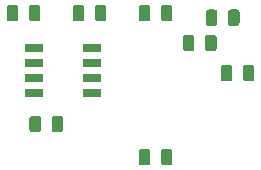
<source format=gbr>
G04 #@! TF.GenerationSoftware,KiCad,Pcbnew,5.1.5-52549c5~86~ubuntu16.04.1*
G04 #@! TF.CreationDate,2020-07-22T23:43:53+05:30*
G04 #@! TF.ProjectId,IR_Sensor_Module_555_V1.0,49525f53-656e-4736-9f72-5f4d6f64756c,rev?*
G04 #@! TF.SameCoordinates,Original*
G04 #@! TF.FileFunction,Paste,Top*
G04 #@! TF.FilePolarity,Positive*
%FSLAX46Y46*%
G04 Gerber Fmt 4.6, Leading zero omitted, Abs format (unit mm)*
G04 Created by KiCad (PCBNEW 5.1.5-52549c5~86~ubuntu16.04.1) date 2020-07-22 23:43:53*
%MOMM*%
%LPD*%
G04 APERTURE LIST*
%ADD10R,1.600000X0.700000*%
%ADD11C,0.100000*%
G04 APERTURE END LIST*
D10*
X121337000Y-104521000D03*
X121337000Y-105791000D03*
X121337000Y-107061000D03*
X121337000Y-108331000D03*
X116407000Y-104521000D03*
X116407000Y-108331000D03*
X116407000Y-105791000D03*
X116407000Y-107061000D03*
D11*
G36*
X131682642Y-103441174D02*
G01*
X131706303Y-103444684D01*
X131729507Y-103450496D01*
X131752029Y-103458554D01*
X131773653Y-103468782D01*
X131794170Y-103481079D01*
X131813383Y-103495329D01*
X131831107Y-103511393D01*
X131847171Y-103529117D01*
X131861421Y-103548330D01*
X131873718Y-103568847D01*
X131883946Y-103590471D01*
X131892004Y-103612993D01*
X131897816Y-103636197D01*
X131901326Y-103659858D01*
X131902500Y-103683750D01*
X131902500Y-104596250D01*
X131901326Y-104620142D01*
X131897816Y-104643803D01*
X131892004Y-104667007D01*
X131883946Y-104689529D01*
X131873718Y-104711153D01*
X131861421Y-104731670D01*
X131847171Y-104750883D01*
X131831107Y-104768607D01*
X131813383Y-104784671D01*
X131794170Y-104798921D01*
X131773653Y-104811218D01*
X131752029Y-104821446D01*
X131729507Y-104829504D01*
X131706303Y-104835316D01*
X131682642Y-104838826D01*
X131658750Y-104840000D01*
X131171250Y-104840000D01*
X131147358Y-104838826D01*
X131123697Y-104835316D01*
X131100493Y-104829504D01*
X131077971Y-104821446D01*
X131056347Y-104811218D01*
X131035830Y-104798921D01*
X131016617Y-104784671D01*
X130998893Y-104768607D01*
X130982829Y-104750883D01*
X130968579Y-104731670D01*
X130956282Y-104711153D01*
X130946054Y-104689529D01*
X130937996Y-104667007D01*
X130932184Y-104643803D01*
X130928674Y-104620142D01*
X130927500Y-104596250D01*
X130927500Y-103683750D01*
X130928674Y-103659858D01*
X130932184Y-103636197D01*
X130937996Y-103612993D01*
X130946054Y-103590471D01*
X130956282Y-103568847D01*
X130968579Y-103548330D01*
X130982829Y-103529117D01*
X130998893Y-103511393D01*
X131016617Y-103495329D01*
X131035830Y-103481079D01*
X131056347Y-103468782D01*
X131077971Y-103458554D01*
X131100493Y-103450496D01*
X131123697Y-103444684D01*
X131147358Y-103441174D01*
X131171250Y-103440000D01*
X131658750Y-103440000D01*
X131682642Y-103441174D01*
G37*
G36*
X129807642Y-103441174D02*
G01*
X129831303Y-103444684D01*
X129854507Y-103450496D01*
X129877029Y-103458554D01*
X129898653Y-103468782D01*
X129919170Y-103481079D01*
X129938383Y-103495329D01*
X129956107Y-103511393D01*
X129972171Y-103529117D01*
X129986421Y-103548330D01*
X129998718Y-103568847D01*
X130008946Y-103590471D01*
X130017004Y-103612993D01*
X130022816Y-103636197D01*
X130026326Y-103659858D01*
X130027500Y-103683750D01*
X130027500Y-104596250D01*
X130026326Y-104620142D01*
X130022816Y-104643803D01*
X130017004Y-104667007D01*
X130008946Y-104689529D01*
X129998718Y-104711153D01*
X129986421Y-104731670D01*
X129972171Y-104750883D01*
X129956107Y-104768607D01*
X129938383Y-104784671D01*
X129919170Y-104798921D01*
X129898653Y-104811218D01*
X129877029Y-104821446D01*
X129854507Y-104829504D01*
X129831303Y-104835316D01*
X129807642Y-104838826D01*
X129783750Y-104840000D01*
X129296250Y-104840000D01*
X129272358Y-104838826D01*
X129248697Y-104835316D01*
X129225493Y-104829504D01*
X129202971Y-104821446D01*
X129181347Y-104811218D01*
X129160830Y-104798921D01*
X129141617Y-104784671D01*
X129123893Y-104768607D01*
X129107829Y-104750883D01*
X129093579Y-104731670D01*
X129081282Y-104711153D01*
X129071054Y-104689529D01*
X129062996Y-104667007D01*
X129057184Y-104643803D01*
X129053674Y-104620142D01*
X129052500Y-104596250D01*
X129052500Y-103683750D01*
X129053674Y-103659858D01*
X129057184Y-103636197D01*
X129062996Y-103612993D01*
X129071054Y-103590471D01*
X129081282Y-103568847D01*
X129093579Y-103548330D01*
X129107829Y-103529117D01*
X129123893Y-103511393D01*
X129141617Y-103495329D01*
X129160830Y-103481079D01*
X129181347Y-103468782D01*
X129202971Y-103458554D01*
X129225493Y-103450496D01*
X129248697Y-103444684D01*
X129272358Y-103441174D01*
X129296250Y-103440000D01*
X129783750Y-103440000D01*
X129807642Y-103441174D01*
G37*
G36*
X120488142Y-100901174D02*
G01*
X120511803Y-100904684D01*
X120535007Y-100910496D01*
X120557529Y-100918554D01*
X120579153Y-100928782D01*
X120599670Y-100941079D01*
X120618883Y-100955329D01*
X120636607Y-100971393D01*
X120652671Y-100989117D01*
X120666921Y-101008330D01*
X120679218Y-101028847D01*
X120689446Y-101050471D01*
X120697504Y-101072993D01*
X120703316Y-101096197D01*
X120706826Y-101119858D01*
X120708000Y-101143750D01*
X120708000Y-102056250D01*
X120706826Y-102080142D01*
X120703316Y-102103803D01*
X120697504Y-102127007D01*
X120689446Y-102149529D01*
X120679218Y-102171153D01*
X120666921Y-102191670D01*
X120652671Y-102210883D01*
X120636607Y-102228607D01*
X120618883Y-102244671D01*
X120599670Y-102258921D01*
X120579153Y-102271218D01*
X120557529Y-102281446D01*
X120535007Y-102289504D01*
X120511803Y-102295316D01*
X120488142Y-102298826D01*
X120464250Y-102300000D01*
X119976750Y-102300000D01*
X119952858Y-102298826D01*
X119929197Y-102295316D01*
X119905993Y-102289504D01*
X119883471Y-102281446D01*
X119861847Y-102271218D01*
X119841330Y-102258921D01*
X119822117Y-102244671D01*
X119804393Y-102228607D01*
X119788329Y-102210883D01*
X119774079Y-102191670D01*
X119761782Y-102171153D01*
X119751554Y-102149529D01*
X119743496Y-102127007D01*
X119737684Y-102103803D01*
X119734174Y-102080142D01*
X119733000Y-102056250D01*
X119733000Y-101143750D01*
X119734174Y-101119858D01*
X119737684Y-101096197D01*
X119743496Y-101072993D01*
X119751554Y-101050471D01*
X119761782Y-101028847D01*
X119774079Y-101008330D01*
X119788329Y-100989117D01*
X119804393Y-100971393D01*
X119822117Y-100955329D01*
X119841330Y-100941079D01*
X119861847Y-100928782D01*
X119883471Y-100918554D01*
X119905993Y-100910496D01*
X119929197Y-100904684D01*
X119952858Y-100901174D01*
X119976750Y-100900000D01*
X120464250Y-100900000D01*
X120488142Y-100901174D01*
G37*
G36*
X122363142Y-100901174D02*
G01*
X122386803Y-100904684D01*
X122410007Y-100910496D01*
X122432529Y-100918554D01*
X122454153Y-100928782D01*
X122474670Y-100941079D01*
X122493883Y-100955329D01*
X122511607Y-100971393D01*
X122527671Y-100989117D01*
X122541921Y-101008330D01*
X122554218Y-101028847D01*
X122564446Y-101050471D01*
X122572504Y-101072993D01*
X122578316Y-101096197D01*
X122581826Y-101119858D01*
X122583000Y-101143750D01*
X122583000Y-102056250D01*
X122581826Y-102080142D01*
X122578316Y-102103803D01*
X122572504Y-102127007D01*
X122564446Y-102149529D01*
X122554218Y-102171153D01*
X122541921Y-102191670D01*
X122527671Y-102210883D01*
X122511607Y-102228607D01*
X122493883Y-102244671D01*
X122474670Y-102258921D01*
X122454153Y-102271218D01*
X122432529Y-102281446D01*
X122410007Y-102289504D01*
X122386803Y-102295316D01*
X122363142Y-102298826D01*
X122339250Y-102300000D01*
X121851750Y-102300000D01*
X121827858Y-102298826D01*
X121804197Y-102295316D01*
X121780993Y-102289504D01*
X121758471Y-102281446D01*
X121736847Y-102271218D01*
X121716330Y-102258921D01*
X121697117Y-102244671D01*
X121679393Y-102228607D01*
X121663329Y-102210883D01*
X121649079Y-102191670D01*
X121636782Y-102171153D01*
X121626554Y-102149529D01*
X121618496Y-102127007D01*
X121612684Y-102103803D01*
X121609174Y-102080142D01*
X121608000Y-102056250D01*
X121608000Y-101143750D01*
X121609174Y-101119858D01*
X121612684Y-101096197D01*
X121618496Y-101072993D01*
X121626554Y-101050471D01*
X121636782Y-101028847D01*
X121649079Y-101008330D01*
X121663329Y-100989117D01*
X121679393Y-100971393D01*
X121697117Y-100955329D01*
X121716330Y-100941079D01*
X121736847Y-100928782D01*
X121758471Y-100918554D01*
X121780993Y-100910496D01*
X121804197Y-100904684D01*
X121827858Y-100901174D01*
X121851750Y-100900000D01*
X122339250Y-100900000D01*
X122363142Y-100901174D01*
G37*
G36*
X134887642Y-105981174D02*
G01*
X134911303Y-105984684D01*
X134934507Y-105990496D01*
X134957029Y-105998554D01*
X134978653Y-106008782D01*
X134999170Y-106021079D01*
X135018383Y-106035329D01*
X135036107Y-106051393D01*
X135052171Y-106069117D01*
X135066421Y-106088330D01*
X135078718Y-106108847D01*
X135088946Y-106130471D01*
X135097004Y-106152993D01*
X135102816Y-106176197D01*
X135106326Y-106199858D01*
X135107500Y-106223750D01*
X135107500Y-107136250D01*
X135106326Y-107160142D01*
X135102816Y-107183803D01*
X135097004Y-107207007D01*
X135088946Y-107229529D01*
X135078718Y-107251153D01*
X135066421Y-107271670D01*
X135052171Y-107290883D01*
X135036107Y-107308607D01*
X135018383Y-107324671D01*
X134999170Y-107338921D01*
X134978653Y-107351218D01*
X134957029Y-107361446D01*
X134934507Y-107369504D01*
X134911303Y-107375316D01*
X134887642Y-107378826D01*
X134863750Y-107380000D01*
X134376250Y-107380000D01*
X134352358Y-107378826D01*
X134328697Y-107375316D01*
X134305493Y-107369504D01*
X134282971Y-107361446D01*
X134261347Y-107351218D01*
X134240830Y-107338921D01*
X134221617Y-107324671D01*
X134203893Y-107308607D01*
X134187829Y-107290883D01*
X134173579Y-107271670D01*
X134161282Y-107251153D01*
X134151054Y-107229529D01*
X134142996Y-107207007D01*
X134137184Y-107183803D01*
X134133674Y-107160142D01*
X134132500Y-107136250D01*
X134132500Y-106223750D01*
X134133674Y-106199858D01*
X134137184Y-106176197D01*
X134142996Y-106152993D01*
X134151054Y-106130471D01*
X134161282Y-106108847D01*
X134173579Y-106088330D01*
X134187829Y-106069117D01*
X134203893Y-106051393D01*
X134221617Y-106035329D01*
X134240830Y-106021079D01*
X134261347Y-106008782D01*
X134282971Y-105998554D01*
X134305493Y-105990496D01*
X134328697Y-105984684D01*
X134352358Y-105981174D01*
X134376250Y-105980000D01*
X134863750Y-105980000D01*
X134887642Y-105981174D01*
G37*
G36*
X133012642Y-105981174D02*
G01*
X133036303Y-105984684D01*
X133059507Y-105990496D01*
X133082029Y-105998554D01*
X133103653Y-106008782D01*
X133124170Y-106021079D01*
X133143383Y-106035329D01*
X133161107Y-106051393D01*
X133177171Y-106069117D01*
X133191421Y-106088330D01*
X133203718Y-106108847D01*
X133213946Y-106130471D01*
X133222004Y-106152993D01*
X133227816Y-106176197D01*
X133231326Y-106199858D01*
X133232500Y-106223750D01*
X133232500Y-107136250D01*
X133231326Y-107160142D01*
X133227816Y-107183803D01*
X133222004Y-107207007D01*
X133213946Y-107229529D01*
X133203718Y-107251153D01*
X133191421Y-107271670D01*
X133177171Y-107290883D01*
X133161107Y-107308607D01*
X133143383Y-107324671D01*
X133124170Y-107338921D01*
X133103653Y-107351218D01*
X133082029Y-107361446D01*
X133059507Y-107369504D01*
X133036303Y-107375316D01*
X133012642Y-107378826D01*
X132988750Y-107380000D01*
X132501250Y-107380000D01*
X132477358Y-107378826D01*
X132453697Y-107375316D01*
X132430493Y-107369504D01*
X132407971Y-107361446D01*
X132386347Y-107351218D01*
X132365830Y-107338921D01*
X132346617Y-107324671D01*
X132328893Y-107308607D01*
X132312829Y-107290883D01*
X132298579Y-107271670D01*
X132286282Y-107251153D01*
X132276054Y-107229529D01*
X132267996Y-107207007D01*
X132262184Y-107183803D01*
X132258674Y-107160142D01*
X132257500Y-107136250D01*
X132257500Y-106223750D01*
X132258674Y-106199858D01*
X132262184Y-106176197D01*
X132267996Y-106152993D01*
X132276054Y-106130471D01*
X132286282Y-106108847D01*
X132298579Y-106088330D01*
X132312829Y-106069117D01*
X132328893Y-106051393D01*
X132346617Y-106035329D01*
X132365830Y-106021079D01*
X132386347Y-106008782D01*
X132407971Y-105998554D01*
X132430493Y-105990496D01*
X132453697Y-105984684D01*
X132477358Y-105981174D01*
X132501250Y-105980000D01*
X132988750Y-105980000D01*
X133012642Y-105981174D01*
G37*
G36*
X118685877Y-110305284D02*
G01*
X118709538Y-110308794D01*
X118732742Y-110314606D01*
X118755264Y-110322664D01*
X118776888Y-110332892D01*
X118797405Y-110345189D01*
X118816618Y-110359439D01*
X118834342Y-110375503D01*
X118850406Y-110393227D01*
X118864656Y-110412440D01*
X118876953Y-110432957D01*
X118887181Y-110454581D01*
X118895239Y-110477103D01*
X118901051Y-110500307D01*
X118904561Y-110523968D01*
X118905735Y-110547860D01*
X118905735Y-111460360D01*
X118904561Y-111484252D01*
X118901051Y-111507913D01*
X118895239Y-111531117D01*
X118887181Y-111553639D01*
X118876953Y-111575263D01*
X118864656Y-111595780D01*
X118850406Y-111614993D01*
X118834342Y-111632717D01*
X118816618Y-111648781D01*
X118797405Y-111663031D01*
X118776888Y-111675328D01*
X118755264Y-111685556D01*
X118732742Y-111693614D01*
X118709538Y-111699426D01*
X118685877Y-111702936D01*
X118661985Y-111704110D01*
X118174485Y-111704110D01*
X118150593Y-111702936D01*
X118126932Y-111699426D01*
X118103728Y-111693614D01*
X118081206Y-111685556D01*
X118059582Y-111675328D01*
X118039065Y-111663031D01*
X118019852Y-111648781D01*
X118002128Y-111632717D01*
X117986064Y-111614993D01*
X117971814Y-111595780D01*
X117959517Y-111575263D01*
X117949289Y-111553639D01*
X117941231Y-111531117D01*
X117935419Y-111507913D01*
X117931909Y-111484252D01*
X117930735Y-111460360D01*
X117930735Y-110547860D01*
X117931909Y-110523968D01*
X117935419Y-110500307D01*
X117941231Y-110477103D01*
X117949289Y-110454581D01*
X117959517Y-110432957D01*
X117971814Y-110412440D01*
X117986064Y-110393227D01*
X118002128Y-110375503D01*
X118019852Y-110359439D01*
X118039065Y-110345189D01*
X118059582Y-110332892D01*
X118081206Y-110322664D01*
X118103728Y-110314606D01*
X118126932Y-110308794D01*
X118150593Y-110305284D01*
X118174485Y-110304110D01*
X118661985Y-110304110D01*
X118685877Y-110305284D01*
G37*
G36*
X116810877Y-110305284D02*
G01*
X116834538Y-110308794D01*
X116857742Y-110314606D01*
X116880264Y-110322664D01*
X116901888Y-110332892D01*
X116922405Y-110345189D01*
X116941618Y-110359439D01*
X116959342Y-110375503D01*
X116975406Y-110393227D01*
X116989656Y-110412440D01*
X117001953Y-110432957D01*
X117012181Y-110454581D01*
X117020239Y-110477103D01*
X117026051Y-110500307D01*
X117029561Y-110523968D01*
X117030735Y-110547860D01*
X117030735Y-111460360D01*
X117029561Y-111484252D01*
X117026051Y-111507913D01*
X117020239Y-111531117D01*
X117012181Y-111553639D01*
X117001953Y-111575263D01*
X116989656Y-111595780D01*
X116975406Y-111614993D01*
X116959342Y-111632717D01*
X116941618Y-111648781D01*
X116922405Y-111663031D01*
X116901888Y-111675328D01*
X116880264Y-111685556D01*
X116857742Y-111693614D01*
X116834538Y-111699426D01*
X116810877Y-111702936D01*
X116786985Y-111704110D01*
X116299485Y-111704110D01*
X116275593Y-111702936D01*
X116251932Y-111699426D01*
X116228728Y-111693614D01*
X116206206Y-111685556D01*
X116184582Y-111675328D01*
X116164065Y-111663031D01*
X116144852Y-111648781D01*
X116127128Y-111632717D01*
X116111064Y-111614993D01*
X116096814Y-111595780D01*
X116084517Y-111575263D01*
X116074289Y-111553639D01*
X116066231Y-111531117D01*
X116060419Y-111507913D01*
X116056909Y-111484252D01*
X116055735Y-111460360D01*
X116055735Y-110547860D01*
X116056909Y-110523968D01*
X116060419Y-110500307D01*
X116066231Y-110477103D01*
X116074289Y-110454581D01*
X116084517Y-110432957D01*
X116096814Y-110412440D01*
X116111064Y-110393227D01*
X116127128Y-110375503D01*
X116144852Y-110359439D01*
X116164065Y-110345189D01*
X116184582Y-110332892D01*
X116206206Y-110322664D01*
X116228728Y-110314606D01*
X116251932Y-110308794D01*
X116275593Y-110305284D01*
X116299485Y-110304110D01*
X116786985Y-110304110D01*
X116810877Y-110305284D01*
G37*
G36*
X127951142Y-100908054D02*
G01*
X127974803Y-100911564D01*
X127998007Y-100917376D01*
X128020529Y-100925434D01*
X128042153Y-100935662D01*
X128062670Y-100947959D01*
X128081883Y-100962209D01*
X128099607Y-100978273D01*
X128115671Y-100995997D01*
X128129921Y-101015210D01*
X128142218Y-101035727D01*
X128152446Y-101057351D01*
X128160504Y-101079873D01*
X128166316Y-101103077D01*
X128169826Y-101126738D01*
X128171000Y-101150630D01*
X128171000Y-102063130D01*
X128169826Y-102087022D01*
X128166316Y-102110683D01*
X128160504Y-102133887D01*
X128152446Y-102156409D01*
X128142218Y-102178033D01*
X128129921Y-102198550D01*
X128115671Y-102217763D01*
X128099607Y-102235487D01*
X128081883Y-102251551D01*
X128062670Y-102265801D01*
X128042153Y-102278098D01*
X128020529Y-102288326D01*
X127998007Y-102296384D01*
X127974803Y-102302196D01*
X127951142Y-102305706D01*
X127927250Y-102306880D01*
X127439750Y-102306880D01*
X127415858Y-102305706D01*
X127392197Y-102302196D01*
X127368993Y-102296384D01*
X127346471Y-102288326D01*
X127324847Y-102278098D01*
X127304330Y-102265801D01*
X127285117Y-102251551D01*
X127267393Y-102235487D01*
X127251329Y-102217763D01*
X127237079Y-102198550D01*
X127224782Y-102178033D01*
X127214554Y-102156409D01*
X127206496Y-102133887D01*
X127200684Y-102110683D01*
X127197174Y-102087022D01*
X127196000Y-102063130D01*
X127196000Y-101150630D01*
X127197174Y-101126738D01*
X127200684Y-101103077D01*
X127206496Y-101079873D01*
X127214554Y-101057351D01*
X127224782Y-101035727D01*
X127237079Y-101015210D01*
X127251329Y-100995997D01*
X127267393Y-100978273D01*
X127285117Y-100962209D01*
X127304330Y-100947959D01*
X127324847Y-100935662D01*
X127346471Y-100925434D01*
X127368993Y-100917376D01*
X127392197Y-100911564D01*
X127415858Y-100908054D01*
X127439750Y-100906880D01*
X127927250Y-100906880D01*
X127951142Y-100908054D01*
G37*
G36*
X126076142Y-100908054D02*
G01*
X126099803Y-100911564D01*
X126123007Y-100917376D01*
X126145529Y-100925434D01*
X126167153Y-100935662D01*
X126187670Y-100947959D01*
X126206883Y-100962209D01*
X126224607Y-100978273D01*
X126240671Y-100995997D01*
X126254921Y-101015210D01*
X126267218Y-101035727D01*
X126277446Y-101057351D01*
X126285504Y-101079873D01*
X126291316Y-101103077D01*
X126294826Y-101126738D01*
X126296000Y-101150630D01*
X126296000Y-102063130D01*
X126294826Y-102087022D01*
X126291316Y-102110683D01*
X126285504Y-102133887D01*
X126277446Y-102156409D01*
X126267218Y-102178033D01*
X126254921Y-102198550D01*
X126240671Y-102217763D01*
X126224607Y-102235487D01*
X126206883Y-102251551D01*
X126187670Y-102265801D01*
X126167153Y-102278098D01*
X126145529Y-102288326D01*
X126123007Y-102296384D01*
X126099803Y-102302196D01*
X126076142Y-102305706D01*
X126052250Y-102306880D01*
X125564750Y-102306880D01*
X125540858Y-102305706D01*
X125517197Y-102302196D01*
X125493993Y-102296384D01*
X125471471Y-102288326D01*
X125449847Y-102278098D01*
X125429330Y-102265801D01*
X125410117Y-102251551D01*
X125392393Y-102235487D01*
X125376329Y-102217763D01*
X125362079Y-102198550D01*
X125349782Y-102178033D01*
X125339554Y-102156409D01*
X125331496Y-102133887D01*
X125325684Y-102110683D01*
X125322174Y-102087022D01*
X125321000Y-102063130D01*
X125321000Y-101150630D01*
X125322174Y-101126738D01*
X125325684Y-101103077D01*
X125331496Y-101079873D01*
X125339554Y-101057351D01*
X125349782Y-101035727D01*
X125362079Y-101015210D01*
X125376329Y-100995997D01*
X125392393Y-100978273D01*
X125410117Y-100962209D01*
X125429330Y-100947959D01*
X125449847Y-100935662D01*
X125471471Y-100925434D01*
X125493993Y-100917376D01*
X125517197Y-100911564D01*
X125540858Y-100908054D01*
X125564750Y-100906880D01*
X126052250Y-100906880D01*
X126076142Y-100908054D01*
G37*
G36*
X126076142Y-113093174D02*
G01*
X126099803Y-113096684D01*
X126123007Y-113102496D01*
X126145529Y-113110554D01*
X126167153Y-113120782D01*
X126187670Y-113133079D01*
X126206883Y-113147329D01*
X126224607Y-113163393D01*
X126240671Y-113181117D01*
X126254921Y-113200330D01*
X126267218Y-113220847D01*
X126277446Y-113242471D01*
X126285504Y-113264993D01*
X126291316Y-113288197D01*
X126294826Y-113311858D01*
X126296000Y-113335750D01*
X126296000Y-114248250D01*
X126294826Y-114272142D01*
X126291316Y-114295803D01*
X126285504Y-114319007D01*
X126277446Y-114341529D01*
X126267218Y-114363153D01*
X126254921Y-114383670D01*
X126240671Y-114402883D01*
X126224607Y-114420607D01*
X126206883Y-114436671D01*
X126187670Y-114450921D01*
X126167153Y-114463218D01*
X126145529Y-114473446D01*
X126123007Y-114481504D01*
X126099803Y-114487316D01*
X126076142Y-114490826D01*
X126052250Y-114492000D01*
X125564750Y-114492000D01*
X125540858Y-114490826D01*
X125517197Y-114487316D01*
X125493993Y-114481504D01*
X125471471Y-114473446D01*
X125449847Y-114463218D01*
X125429330Y-114450921D01*
X125410117Y-114436671D01*
X125392393Y-114420607D01*
X125376329Y-114402883D01*
X125362079Y-114383670D01*
X125349782Y-114363153D01*
X125339554Y-114341529D01*
X125331496Y-114319007D01*
X125325684Y-114295803D01*
X125322174Y-114272142D01*
X125321000Y-114248250D01*
X125321000Y-113335750D01*
X125322174Y-113311858D01*
X125325684Y-113288197D01*
X125331496Y-113264993D01*
X125339554Y-113242471D01*
X125349782Y-113220847D01*
X125362079Y-113200330D01*
X125376329Y-113181117D01*
X125392393Y-113163393D01*
X125410117Y-113147329D01*
X125429330Y-113133079D01*
X125449847Y-113120782D01*
X125471471Y-113110554D01*
X125493993Y-113102496D01*
X125517197Y-113096684D01*
X125540858Y-113093174D01*
X125564750Y-113092000D01*
X126052250Y-113092000D01*
X126076142Y-113093174D01*
G37*
G36*
X127951142Y-113093174D02*
G01*
X127974803Y-113096684D01*
X127998007Y-113102496D01*
X128020529Y-113110554D01*
X128042153Y-113120782D01*
X128062670Y-113133079D01*
X128081883Y-113147329D01*
X128099607Y-113163393D01*
X128115671Y-113181117D01*
X128129921Y-113200330D01*
X128142218Y-113220847D01*
X128152446Y-113242471D01*
X128160504Y-113264993D01*
X128166316Y-113288197D01*
X128169826Y-113311858D01*
X128171000Y-113335750D01*
X128171000Y-114248250D01*
X128169826Y-114272142D01*
X128166316Y-114295803D01*
X128160504Y-114319007D01*
X128152446Y-114341529D01*
X128142218Y-114363153D01*
X128129921Y-114383670D01*
X128115671Y-114402883D01*
X128099607Y-114420607D01*
X128081883Y-114436671D01*
X128062670Y-114450921D01*
X128042153Y-114463218D01*
X128020529Y-114473446D01*
X127998007Y-114481504D01*
X127974803Y-114487316D01*
X127951142Y-114490826D01*
X127927250Y-114492000D01*
X127439750Y-114492000D01*
X127415858Y-114490826D01*
X127392197Y-114487316D01*
X127368993Y-114481504D01*
X127346471Y-114473446D01*
X127324847Y-114463218D01*
X127304330Y-114450921D01*
X127285117Y-114436671D01*
X127267393Y-114420607D01*
X127251329Y-114402883D01*
X127237079Y-114383670D01*
X127224782Y-114363153D01*
X127214554Y-114341529D01*
X127206496Y-114319007D01*
X127200684Y-114295803D01*
X127197174Y-114272142D01*
X127196000Y-114248250D01*
X127196000Y-113335750D01*
X127197174Y-113311858D01*
X127200684Y-113288197D01*
X127206496Y-113264993D01*
X127214554Y-113242471D01*
X127224782Y-113220847D01*
X127237079Y-113200330D01*
X127251329Y-113181117D01*
X127267393Y-113163393D01*
X127285117Y-113147329D01*
X127304330Y-113133079D01*
X127324847Y-113120782D01*
X127346471Y-113110554D01*
X127368993Y-113102496D01*
X127392197Y-113096684D01*
X127415858Y-113093174D01*
X127439750Y-113092000D01*
X127927250Y-113092000D01*
X127951142Y-113093174D01*
G37*
G36*
X131750898Y-101296340D02*
G01*
X131774559Y-101299850D01*
X131797763Y-101305662D01*
X131820285Y-101313720D01*
X131841909Y-101323948D01*
X131862426Y-101336245D01*
X131881639Y-101350495D01*
X131899363Y-101366559D01*
X131915427Y-101384283D01*
X131929677Y-101403496D01*
X131941974Y-101424013D01*
X131952202Y-101445637D01*
X131960260Y-101468159D01*
X131966072Y-101491363D01*
X131969582Y-101515024D01*
X131970756Y-101538916D01*
X131970756Y-102451416D01*
X131969582Y-102475308D01*
X131966072Y-102498969D01*
X131960260Y-102522173D01*
X131952202Y-102544695D01*
X131941974Y-102566319D01*
X131929677Y-102586836D01*
X131915427Y-102606049D01*
X131899363Y-102623773D01*
X131881639Y-102639837D01*
X131862426Y-102654087D01*
X131841909Y-102666384D01*
X131820285Y-102676612D01*
X131797763Y-102684670D01*
X131774559Y-102690482D01*
X131750898Y-102693992D01*
X131727006Y-102695166D01*
X131239506Y-102695166D01*
X131215614Y-102693992D01*
X131191953Y-102690482D01*
X131168749Y-102684670D01*
X131146227Y-102676612D01*
X131124603Y-102666384D01*
X131104086Y-102654087D01*
X131084873Y-102639837D01*
X131067149Y-102623773D01*
X131051085Y-102606049D01*
X131036835Y-102586836D01*
X131024538Y-102566319D01*
X131014310Y-102544695D01*
X131006252Y-102522173D01*
X131000440Y-102498969D01*
X130996930Y-102475308D01*
X130995756Y-102451416D01*
X130995756Y-101538916D01*
X130996930Y-101515024D01*
X131000440Y-101491363D01*
X131006252Y-101468159D01*
X131014310Y-101445637D01*
X131024538Y-101424013D01*
X131036835Y-101403496D01*
X131051085Y-101384283D01*
X131067149Y-101366559D01*
X131084873Y-101350495D01*
X131104086Y-101336245D01*
X131124603Y-101323948D01*
X131146227Y-101313720D01*
X131168749Y-101305662D01*
X131191953Y-101299850D01*
X131215614Y-101296340D01*
X131239506Y-101295166D01*
X131727006Y-101295166D01*
X131750898Y-101296340D01*
G37*
G36*
X133625898Y-101296340D02*
G01*
X133649559Y-101299850D01*
X133672763Y-101305662D01*
X133695285Y-101313720D01*
X133716909Y-101323948D01*
X133737426Y-101336245D01*
X133756639Y-101350495D01*
X133774363Y-101366559D01*
X133790427Y-101384283D01*
X133804677Y-101403496D01*
X133816974Y-101424013D01*
X133827202Y-101445637D01*
X133835260Y-101468159D01*
X133841072Y-101491363D01*
X133844582Y-101515024D01*
X133845756Y-101538916D01*
X133845756Y-102451416D01*
X133844582Y-102475308D01*
X133841072Y-102498969D01*
X133835260Y-102522173D01*
X133827202Y-102544695D01*
X133816974Y-102566319D01*
X133804677Y-102586836D01*
X133790427Y-102606049D01*
X133774363Y-102623773D01*
X133756639Y-102639837D01*
X133737426Y-102654087D01*
X133716909Y-102666384D01*
X133695285Y-102676612D01*
X133672763Y-102684670D01*
X133649559Y-102690482D01*
X133625898Y-102693992D01*
X133602006Y-102695166D01*
X133114506Y-102695166D01*
X133090614Y-102693992D01*
X133066953Y-102690482D01*
X133043749Y-102684670D01*
X133021227Y-102676612D01*
X132999603Y-102666384D01*
X132979086Y-102654087D01*
X132959873Y-102639837D01*
X132942149Y-102623773D01*
X132926085Y-102606049D01*
X132911835Y-102586836D01*
X132899538Y-102566319D01*
X132889310Y-102544695D01*
X132881252Y-102522173D01*
X132875440Y-102498969D01*
X132871930Y-102475308D01*
X132870756Y-102451416D01*
X132870756Y-101538916D01*
X132871930Y-101515024D01*
X132875440Y-101491363D01*
X132881252Y-101468159D01*
X132889310Y-101445637D01*
X132899538Y-101424013D01*
X132911835Y-101403496D01*
X132926085Y-101384283D01*
X132942149Y-101366559D01*
X132959873Y-101350495D01*
X132979086Y-101336245D01*
X132999603Y-101323948D01*
X133021227Y-101313720D01*
X133043749Y-101305662D01*
X133066953Y-101299850D01*
X133090614Y-101296340D01*
X133114506Y-101295166D01*
X133602006Y-101295166D01*
X133625898Y-101296340D01*
G37*
G36*
X116775142Y-100901174D02*
G01*
X116798803Y-100904684D01*
X116822007Y-100910496D01*
X116844529Y-100918554D01*
X116866153Y-100928782D01*
X116886670Y-100941079D01*
X116905883Y-100955329D01*
X116923607Y-100971393D01*
X116939671Y-100989117D01*
X116953921Y-101008330D01*
X116966218Y-101028847D01*
X116976446Y-101050471D01*
X116984504Y-101072993D01*
X116990316Y-101096197D01*
X116993826Y-101119858D01*
X116995000Y-101143750D01*
X116995000Y-102056250D01*
X116993826Y-102080142D01*
X116990316Y-102103803D01*
X116984504Y-102127007D01*
X116976446Y-102149529D01*
X116966218Y-102171153D01*
X116953921Y-102191670D01*
X116939671Y-102210883D01*
X116923607Y-102228607D01*
X116905883Y-102244671D01*
X116886670Y-102258921D01*
X116866153Y-102271218D01*
X116844529Y-102281446D01*
X116822007Y-102289504D01*
X116798803Y-102295316D01*
X116775142Y-102298826D01*
X116751250Y-102300000D01*
X116263750Y-102300000D01*
X116239858Y-102298826D01*
X116216197Y-102295316D01*
X116192993Y-102289504D01*
X116170471Y-102281446D01*
X116148847Y-102271218D01*
X116128330Y-102258921D01*
X116109117Y-102244671D01*
X116091393Y-102228607D01*
X116075329Y-102210883D01*
X116061079Y-102191670D01*
X116048782Y-102171153D01*
X116038554Y-102149529D01*
X116030496Y-102127007D01*
X116024684Y-102103803D01*
X116021174Y-102080142D01*
X116020000Y-102056250D01*
X116020000Y-101143750D01*
X116021174Y-101119858D01*
X116024684Y-101096197D01*
X116030496Y-101072993D01*
X116038554Y-101050471D01*
X116048782Y-101028847D01*
X116061079Y-101008330D01*
X116075329Y-100989117D01*
X116091393Y-100971393D01*
X116109117Y-100955329D01*
X116128330Y-100941079D01*
X116148847Y-100928782D01*
X116170471Y-100918554D01*
X116192993Y-100910496D01*
X116216197Y-100904684D01*
X116239858Y-100901174D01*
X116263750Y-100900000D01*
X116751250Y-100900000D01*
X116775142Y-100901174D01*
G37*
G36*
X114900142Y-100901174D02*
G01*
X114923803Y-100904684D01*
X114947007Y-100910496D01*
X114969529Y-100918554D01*
X114991153Y-100928782D01*
X115011670Y-100941079D01*
X115030883Y-100955329D01*
X115048607Y-100971393D01*
X115064671Y-100989117D01*
X115078921Y-101008330D01*
X115091218Y-101028847D01*
X115101446Y-101050471D01*
X115109504Y-101072993D01*
X115115316Y-101096197D01*
X115118826Y-101119858D01*
X115120000Y-101143750D01*
X115120000Y-102056250D01*
X115118826Y-102080142D01*
X115115316Y-102103803D01*
X115109504Y-102127007D01*
X115101446Y-102149529D01*
X115091218Y-102171153D01*
X115078921Y-102191670D01*
X115064671Y-102210883D01*
X115048607Y-102228607D01*
X115030883Y-102244671D01*
X115011670Y-102258921D01*
X114991153Y-102271218D01*
X114969529Y-102281446D01*
X114947007Y-102289504D01*
X114923803Y-102295316D01*
X114900142Y-102298826D01*
X114876250Y-102300000D01*
X114388750Y-102300000D01*
X114364858Y-102298826D01*
X114341197Y-102295316D01*
X114317993Y-102289504D01*
X114295471Y-102281446D01*
X114273847Y-102271218D01*
X114253330Y-102258921D01*
X114234117Y-102244671D01*
X114216393Y-102228607D01*
X114200329Y-102210883D01*
X114186079Y-102191670D01*
X114173782Y-102171153D01*
X114163554Y-102149529D01*
X114155496Y-102127007D01*
X114149684Y-102103803D01*
X114146174Y-102080142D01*
X114145000Y-102056250D01*
X114145000Y-101143750D01*
X114146174Y-101119858D01*
X114149684Y-101096197D01*
X114155496Y-101072993D01*
X114163554Y-101050471D01*
X114173782Y-101028847D01*
X114186079Y-101008330D01*
X114200329Y-100989117D01*
X114216393Y-100971393D01*
X114234117Y-100955329D01*
X114253330Y-100941079D01*
X114273847Y-100928782D01*
X114295471Y-100918554D01*
X114317993Y-100910496D01*
X114341197Y-100904684D01*
X114364858Y-100901174D01*
X114388750Y-100900000D01*
X114876250Y-100900000D01*
X114900142Y-100901174D01*
G37*
M02*

</source>
